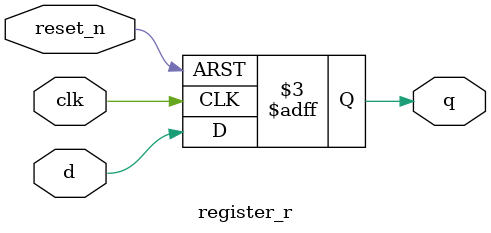
<source format=v>
module register_r(q, clk, reset_n, d);	//1-bits reset_n register
	input clk, reset_n;
	input d;
	output reg q;
	
	always@(posedge clk or negedge reset_n)		//Operate when clk and reset_n is changed
	begin
		if(reset_n == 0)		q <= 1'b0;			//reset
		else						q <= d;				//store
	end
endmodule

</source>
